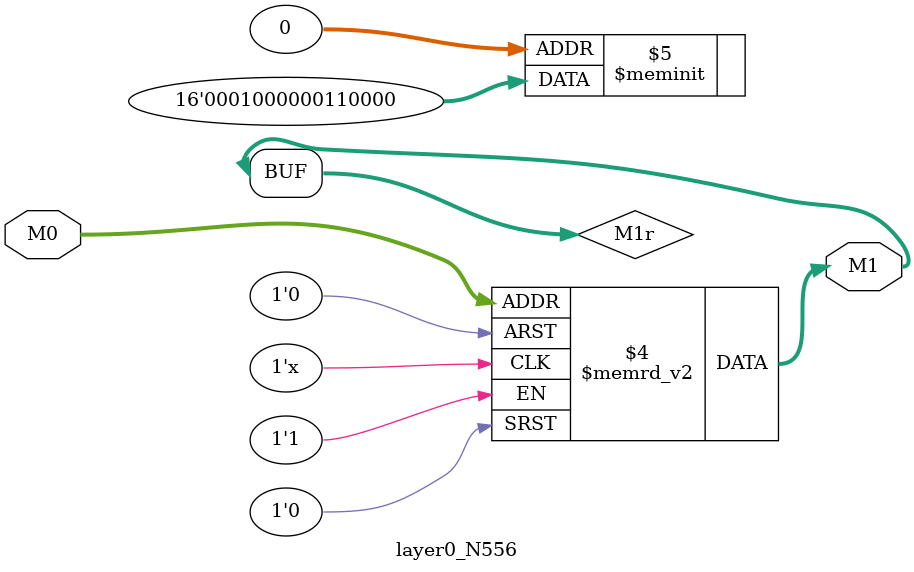
<source format=v>
module layer0_N556 ( input [2:0] M0, output [1:0] M1 );

	(*rom_style = "distributed" *) reg [1:0] M1r;
	assign M1 = M1r;
	always @ (M0) begin
		case (M0)
			3'b000: M1r = 2'b00;
			3'b100: M1r = 2'b00;
			3'b010: M1r = 2'b11;
			3'b110: M1r = 2'b01;
			3'b001: M1r = 2'b00;
			3'b101: M1r = 2'b00;
			3'b011: M1r = 2'b00;
			3'b111: M1r = 2'b00;

		endcase
	end
endmodule

</source>
